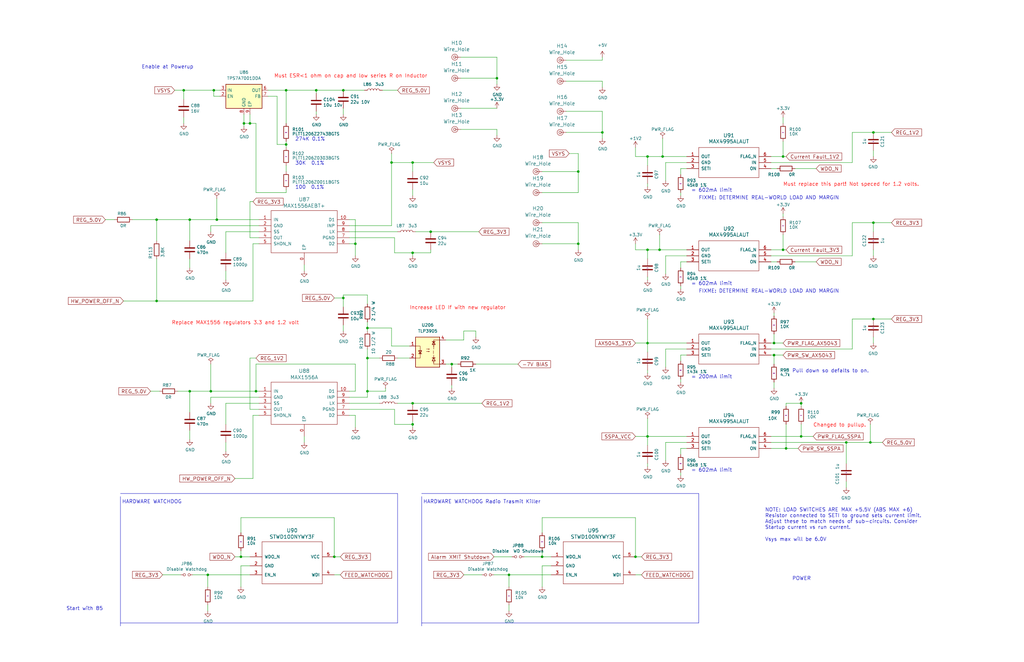
<source format=kicad_sch>
(kicad_sch (version 20230121) (generator eeschema)
  (paper "USLedger")
  (title_block (title "Radiation Tolerant PacSat Communication") (date "2023-06-17") (rev "A") (company "AMSAT-NA") (comment 1 "N5BRG"))
  (junction (at 181.61 97.79))
  (junction (at 228.6 234.95))
  (junction (at 101.6 234.95))
  (junction (at 140.97 234.95))
  (junction (at 326.39 144.78))
  (junction (at 254 55.88))
  (junction (at 279.4 66.04))
  (junction (at 173.99 106.68))
  (junction (at 77.47 38.1))
  (junction (at 278.13 105.41))
  (junction (at 66.04 127))
  (junction (at 80.01 165.1))
  (junction (at 267.97 234.95))
  (junction (at 273.05 184.15))
  (junction (at 154.94 151.13))
  (junction (at 144.78 38.1))
  (junction (at 368.3 134.62))
  (junction (at 88.9 165.1))
  (junction (at 243.84 72.39))
  (junction (at 337.82 170.18))
  (junction (at 120.65 60.96))
  (junction (at 102.87 52.07))
  (junction (at 90.17 38.1))
  (junction (at 144.78 125.73))
  (junction (at 149.86 102.87))
  (junction (at 154.94 138.43))
  (junction (at 330.2 105.41))
  (junction (at 214.63 242.57))
  (junction (at 105.41 52.07))
  (junction (at 154.94 165.1))
  (junction (at 165.1 68.58))
  (junction (at 173.99 179.07))
  (junction (at 337.82 184.15))
  (junction (at 356.87 186.69))
  (junction (at 133.35 38.1))
  (junction (at 120.65 38.1))
  (junction (at 330.2 66.04))
  (junction (at 87.63 242.57))
  (junction (at 80.01 92.71))
  (junction (at 368.3 55.88))
  (junction (at 107.95 165.1))
  (junction (at 91.44 92.71))
  (junction (at 173.99 170.18))
  (junction (at 243.84 102.87))
  (junction (at 173.99 68.58))
  (junction (at 273.05 105.41))
  (junction (at 326.39 149.86))
  (junction (at 209.55 33.02))
  (junction (at 66.04 92.71))
  (junction (at 273.05 66.04))
  (junction (at 331.47 189.23))
  (junction (at 367.03 186.69))
  (junction (at 368.3 93.98))
  (junction (at 273.05 144.78))
  (junction (at 190.5 153.67))
  (wire (pts (xy 287.02 81.28) (xy 287.02 82.55)))
  (wire (pts (xy 273.05 176.53) (xy 273.05 184.15)))
  (wire (pts (xy 147.32 172.72) (xy 166.37 172.72)))
  (wire (pts (xy 220.98 234.95) (xy 228.6 234.95)))
  (wire (pts (xy 194.31 54.61) (xy 209.55 54.61)))
  (wire (pts (xy 330.2 66.04) (xy 331.47 66.04)))
  (wire (pts (xy 273.05 156.21) (xy 273.05 157.48)))
  (wire (pts (xy 195.58 143.51) (xy 195.58 139.7)))
  (wire (pts (xy 243.84 64.77) (xy 240.03 64.77)))
  (polyline (pts (xy 50.8 208.28) (xy 167.64 208.28)))
  (wire (pts (xy 107.95 81.28) (xy 120.65 81.28)))
  (wire (pts (xy 95.25 97.79) (xy 95.25 106.68)))
  (wire (pts (xy 200.66 139.7) (xy 200.66 142.24)))
  (wire (pts (xy 359.41 107.95) (xy 359.41 93.98)))
  (wire (pts (xy 120.65 60.96) (xy 120.65 62.23)))
  (wire (pts (xy 359.41 68.58) (xy 359.41 55.88)))
  (wire (pts (xy 166.37 172.72) (xy 166.37 179.07)))
  (wire (pts (xy 66.04 109.22) (xy 66.04 127)))
  (polyline (pts (xy 167.64 262.89) (xy 50.8 262.89)))
  (wire (pts (xy 190.5 153.67) (xy 193.04 153.67)))
  (wire (pts (xy 105.41 100.33) (xy 109.22 100.33)))
  (wire (pts (xy 359.41 134.62) (xy 359.41 147.32)))
  (wire (pts (xy 273.05 184.15) (xy 289.56 184.15)))
  (wire (pts (xy 330.2 49.53) (xy 330.2 52.07)))
  (wire (pts (xy 368.3 93.98) (xy 375.92 93.98)))
  (wire (pts (xy 190.5 153.67) (xy 190.5 154.94)))
  (wire (pts (xy 95.25 114.3) (xy 95.25 118.11)))
  (polyline (pts (xy 294.64 262.89) (xy 177.8 262.89)))
  (wire (pts (xy 172.72 146.05) (xy 165.1 146.05)))
  (wire (pts (xy 144.78 38.1) (xy 153.67 38.1)))
  (wire (pts (xy 77.47 49.53) (xy 77.47 52.07)))
  (wire (pts (xy 228.6 234.95) (xy 232.41 234.95)))
  (wire (pts (xy 144.78 124.46) (xy 144.78 125.73)))
  (wire (pts (xy 337.82 170.18) (xy 337.82 171.45)))
  (wire (pts (xy 116.84 60.96) (xy 120.65 60.96)))
  (wire (pts (xy 287.02 152.4) (xy 287.02 149.86)))
  (wire (pts (xy 81.28 242.57) (xy 87.63 242.57)))
  (wire (pts (xy 116.84 40.64) (xy 116.84 60.96)))
  (wire (pts (xy 147.32 165.1) (xy 149.86 165.1)))
  (wire (pts (xy 331.47 179.07) (xy 331.47 189.23)))
  (wire (pts (xy 99.06 234.95) (xy 101.6 234.95)))
  (wire (pts (xy 279.4 66.04) (xy 289.56 66.04)))
  (wire (pts (xy 105.41 238.76) (xy 101.6 238.76)))
  (wire (pts (xy 335.28 71.12) (xy 344.17 71.12)))
  (wire (pts (xy 120.65 69.85) (xy 120.65 72.39)))
  (wire (pts (xy 101.6 234.95) (xy 105.41 234.95)))
  (wire (pts (xy 181.61 106.68) (xy 173.99 106.68)))
  (wire (pts (xy 109.22 97.79) (xy 95.25 97.79)))
  (wire (pts (xy 209.55 54.61) (xy 209.55 57.15)))
  (wire (pts (xy 368.3 66.04) (xy 368.3 63.5)))
  (wire (pts (xy 140.97 234.95) (xy 143.51 234.95)))
  (wire (pts (xy 44.45 92.71) (xy 48.26 92.71)))
  (wire (pts (xy 109.22 175.26) (xy 106.68 175.26)))
  (wire (pts (xy 368.3 105.41) (xy 368.3 107.95)))
  (wire (pts (xy 273.05 109.22) (xy 273.05 105.41)))
  (wire (pts (xy 254 46.99) (xy 254 55.88)))
  (wire (pts (xy 90.17 40.64) (xy 92.71 40.64)))
  (wire (pts (xy 356.87 186.69) (xy 367.03 186.69)))
  (wire (pts (xy 325.12 66.04) (xy 330.2 66.04)))
  (wire (pts (xy 337.82 184.15) (xy 342.9 184.15)))
  (wire (pts (xy 287.02 191.77) (xy 287.02 189.23)))
  (wire (pts (xy 106.68 201.93) (xy 106.68 175.26)))
  (wire (pts (xy 105.41 48.26) (xy 105.41 52.07)))
  (wire (pts (xy 167.64 151.13) (xy 172.72 151.13)))
  (wire (pts (xy 173.99 80.01) (xy 173.99 82.55)))
  (wire (pts (xy 267.97 62.23) (xy 267.97 66.04)))
  (wire (pts (xy 181.61 105.41) (xy 181.61 106.68)))
  (wire (pts (xy 113.03 40.64) (xy 116.84 40.64)))
  (wire (pts (xy 368.3 55.88) (xy 375.92 55.88)))
  (wire (pts (xy 120.65 59.69) (xy 120.65 60.96)))
  (wire (pts (xy 102.87 52.07) (xy 102.87 53.34)))
  (wire (pts (xy 190.5 162.56) (xy 190.5 163.83)))
  (wire (pts (xy 182.88 68.58) (xy 173.99 68.58)))
  (wire (pts (xy 154.94 138.43) (xy 154.94 139.7)))
  (wire (pts (xy 326.39 144.78) (xy 325.12 144.78)))
  (wire (pts (xy 273.05 148.59) (xy 273.05 144.78)))
  (wire (pts (xy 107.95 81.28) (xy 107.95 52.07)))
  (wire (pts (xy 278.13 105.41) (xy 289.56 105.41)))
  (wire (pts (xy 109.22 167.64) (xy 88.9 167.64)))
  (wire (pts (xy 273.05 134.62) (xy 273.05 144.78)))
  (wire (pts (xy 77.47 38.1) (xy 90.17 38.1)))
  (wire (pts (xy 149.86 102.87) (xy 149.86 107.95)))
  (wire (pts (xy 208.28 242.57) (xy 214.63 242.57)))
  (wire (pts (xy 144.78 124.46) (xy 154.94 124.46)))
  (wire (pts (xy 133.35 46.99) (xy 133.35 48.26)))
  (wire (pts (xy 287.02 199.39) (xy 287.02 200.66)))
  (wire (pts (xy 200.66 153.67) (xy 218.44 153.67)))
  (wire (pts (xy 273.05 69.85) (xy 273.05 66.04)))
  (wire (pts (xy 77.47 41.91) (xy 77.47 38.1)))
  (wire (pts (xy 331.47 170.18) (xy 331.47 171.45)))
  (wire (pts (xy 243.84 102.87) (xy 243.84 105.41)))
  (wire (pts (xy 326.39 132.08) (xy 326.39 133.35)))
  (wire (pts (xy 101.6 218.44) (xy 140.97 218.44)))
  (wire (pts (xy 368.3 134.62) (xy 375.92 134.62)))
  (polyline (pts (xy 177.8 208.28) (xy 294.64 208.28)))
  (wire (pts (xy 330.2 66.04) (xy 330.2 59.69)))
  (wire (pts (xy 95.25 186.69) (xy 95.25 190.5)))
  (wire (pts (xy 325.12 184.15) (xy 337.82 184.15)))
  (wire (pts (xy 173.99 72.39) (xy 173.99 68.58)))
  (wire (pts (xy 273.05 195.58) (xy 273.05 196.85)))
  (wire (pts (xy 149.86 92.71) (xy 149.86 102.87)))
  (wire (pts (xy 80.01 165.1) (xy 88.9 165.1)))
  (wire (pts (xy 187.96 143.51) (xy 195.58 143.51)))
  (wire (pts (xy 326.39 149.86) (xy 326.39 153.67)))
  (wire (pts (xy 173.99 179.07) (xy 173.99 180.34)))
  (wire (pts (xy 106.68 102.87) (xy 109.22 102.87)))
  (wire (pts (xy 356.87 195.58) (xy 356.87 186.69)))
  (wire (pts (xy 66.04 92.71) (xy 66.04 101.6)))
  (wire (pts (xy 273.05 144.78) (xy 289.56 144.78)))
  (wire (pts (xy 80.01 92.71) (xy 80.01 101.6)))
  (wire (pts (xy 287.02 160.02) (xy 287.02 161.29)))
  (wire (pts (xy 144.78 137.16) (xy 144.78 139.7)))
  (wire (pts (xy 287.02 73.66) (xy 287.02 71.12)))
  (wire (pts (xy 165.1 95.25) (xy 165.1 68.58)))
  (wire (pts (xy 95.25 170.18) (xy 95.25 179.07)))
  (wire (pts (xy 162.56 163.83) (xy 162.56 165.1)))
  (wire (pts (xy 161.29 38.1) (xy 167.64 38.1)))
  (wire (pts (xy 154.94 151.13) (xy 160.02 151.13)))
  (wire (pts (xy 133.35 39.37) (xy 133.35 38.1)))
  (wire (pts (xy 76.2 242.57) (xy 68.58 242.57)))
  (wire (pts (xy 88.9 165.1) (xy 107.95 165.1)))
  (wire (pts (xy 326.39 161.29) (xy 326.39 163.83)))
  (wire (pts (xy 147.32 102.87) (xy 149.86 102.87)))
  (wire (pts (xy 87.63 255.27) (xy 87.63 257.81)))
  (wire (pts (xy 267.97 66.04) (xy 273.05 66.04)))
  (wire (pts (xy 209.55 24.13) (xy 209.55 33.02)))
  (wire (pts (xy 267.97 218.44) (xy 267.97 234.95)))
  (wire (pts (xy 105.41 151.13) (xy 107.95 151.13)))
  (wire (pts (xy 331.47 189.23) (xy 336.55 189.23)))
  (wire (pts (xy 187.96 153.67) (xy 190.5 153.67)))
  (wire (pts (xy 287.02 110.49) (xy 289.56 110.49)))
  (wire (pts (xy 133.35 38.1) (xy 144.78 38.1)))
  (wire (pts (xy 105.41 52.07) (xy 107.95 52.07)))
  (wire (pts (xy 120.65 80.01) (xy 120.65 81.28)))
  (wire (pts (xy 368.3 144.78) (xy 368.3 142.24)))
  (wire (pts (xy 154.94 151.13) (xy 154.94 165.1)))
  (wire (pts (xy 102.87 48.26) (xy 102.87 52.07)))
  (wire (pts (xy 167.64 170.18) (xy 173.99 170.18)))
  (wire (pts (xy 113.03 38.1) (xy 120.65 38.1)))
  (wire (pts (xy 165.1 138.43) (xy 154.94 138.43)))
  (wire (pts (xy 330.2 105.41) (xy 331.47 105.41)))
  (wire (pts (xy 107.95 153.67) (xy 107.95 165.1)))
  (wire (pts (xy 144.78 45.72) (xy 144.78 48.26)))
  (wire (pts (xy 289.56 68.58) (xy 280.67 68.58)))
  (wire (pts (xy 273.05 105.41) (xy 278.13 105.41)))
  (wire (pts (xy 128.27 184.15) (xy 128.27 186.69)))
  (wire (pts (xy 173.99 177.8) (xy 173.99 179.07)))
  (wire (pts (xy 106.68 127) (xy 106.68 102.87)))
  (wire (pts (xy 267.97 184.15) (xy 273.05 184.15)))
  (wire (pts (xy 149.86 175.26) (xy 149.86 180.34)))
  (wire (pts (xy 238.76 55.88) (xy 254 55.88)))
  (wire (pts (xy 228.6 238.76) (xy 228.6 247.65)))
  (wire (pts (xy 80.01 109.22) (xy 80.01 113.03)))
  (wire (pts (xy 74.93 165.1) (xy 80.01 165.1)))
  (wire (pts (xy 287.02 71.12) (xy 289.56 71.12)))
  (wire (pts (xy 175.26 97.79) (xy 181.61 97.79)))
  (wire (pts (xy 209.55 33.02) (xy 209.55 35.56)))
  (wire (pts (xy 359.41 93.98) (xy 368.3 93.98)))
  (wire (pts (xy 88.9 95.25) (xy 88.9 97.79)))
  (wire (pts (xy 254 34.29) (xy 254 36.83)))
  (wire (pts (xy 368.3 93.98) (xy 368.3 97.79)))
  (wire (pts (xy 173.99 106.68) (xy 173.99 107.95)))
  (wire (pts (xy 147.32 97.79) (xy 167.64 97.79)))
  (wire (pts (xy 238.76 25.4) (xy 254 25.4)))
  (wire (pts (xy 287.02 120.65) (xy 287.02 121.92)))
  (wire (pts (xy 273.05 66.04) (xy 279.4 66.04)))
  (wire (pts (xy 228.6 224.79) (xy 228.6 218.44)))
  (wire (pts (xy 367.03 186.69) (xy 372.11 186.69)))
  (wire (pts (xy 254 55.88) (xy 254 58.42)))
  (wire (pts (xy 287.02 189.23) (xy 289.56 189.23)))
  (wire (pts (xy 330.2 105.41) (xy 330.2 99.06)))
  (wire (pts (xy 243.84 72.39) (xy 243.84 81.28)))
  (wire (pts (xy 267.97 234.95) (xy 270.51 234.95)))
  (polyline (pts (xy 50.8 264.16) (xy 50.8 209.55)))
  (wire (pts (xy 243.84 93.98) (xy 243.84 102.87)))
  (wire (pts (xy 228.6 93.98) (xy 243.84 93.98)))
  (wire (pts (xy 90.17 38.1) (xy 90.17 40.64)))
  (wire (pts (xy 359.41 147.32) (xy 325.12 147.32)))
  (wire (pts (xy 87.63 242.57) (xy 87.63 247.65)))
  (wire (pts (xy 105.41 85.09) (xy 106.68 85.09)))
  (wire (pts (xy 273.05 187.96) (xy 273.05 184.15)))
  (wire (pts (xy 109.22 170.18) (xy 95.25 170.18)))
  (wire (pts (xy 166.37 106.68) (xy 173.99 106.68)))
  (wire (pts (xy 214.63 255.27) (xy 214.63 257.81)))
  (wire (pts (xy 80.01 92.71) (xy 91.44 92.71)))
  (wire (pts (xy 228.6 102.87) (xy 243.84 102.87)))
  (wire (pts (xy 140.97 242.57) (xy 143.51 242.57)))
  (wire (pts (xy 326.39 149.86) (xy 330.2 149.86)))
  (wire (pts (xy 325.12 149.86) (xy 326.39 149.86)))
  (wire (pts (xy 194.31 45.72) (xy 209.55 45.72)))
  (wire (pts (xy 238.76 46.99) (xy 254 46.99)))
  (wire (pts (xy 91.44 92.71) (xy 109.22 92.71)))
  (wire (pts (xy 325.12 71.12) (xy 327.66 71.12)))
  (wire (pts (xy 105.41 85.09) (xy 105.41 100.33)))
  (wire (pts (xy 147.32 95.25) (xy 165.1 95.25)))
  (wire (pts (xy 154.94 147.32) (xy 154.94 151.13)))
  (wire (pts (xy 335.28 110.49) (xy 344.17 110.49)))
  (wire (pts (xy 267.97 144.78) (xy 273.05 144.78)))
  (wire (pts (xy 147.32 170.18) (xy 160.02 170.18)))
  (wire (pts (xy 267.97 105.41) (xy 273.05 105.41)))
  (wire (pts (xy 367.03 179.07) (xy 367.03 186.69)))
  (wire (pts (xy 88.9 153.67) (xy 88.9 165.1)))
  (wire (pts (xy 214.63 242.57) (xy 232.41 242.57)))
  (wire (pts (xy 66.04 92.71) (xy 80.01 92.71)))
  (wire (pts (xy 325.12 105.41) (xy 330.2 105.41)))
  (wire (pts (xy 166.37 100.33) (xy 166.37 106.68)))
  (wire (pts (xy 120.65 38.1) (xy 120.65 52.07)))
  (wire (pts (xy 273.05 77.47) (xy 273.05 78.74)))
  (wire (pts (xy 88.9 167.64) (xy 88.9 170.18)))
  (wire (pts (xy 330.2 90.17) (xy 330.2 91.44)))
  (wire (pts (xy 109.22 95.25) (xy 88.9 95.25)))
  (wire (pts (xy 280.67 147.32) (xy 280.67 154.94)))
  (wire (pts (xy 289.56 107.95) (xy 280.67 107.95)))
  (wire (pts (xy 267.97 102.87) (xy 267.97 105.41)))
  (wire (pts (xy 228.6 81.28) (xy 243.84 81.28)))
  (wire (pts (xy 165.1 68.58) (xy 173.99 68.58)))
  (wire (pts (xy 154.94 165.1) (xy 154.94 167.64)))
  (wire (pts (xy 359.41 134.62) (xy 368.3 134.62)))
  (wire (pts (xy 105.41 172.72) (xy 105.41 151.13)))
  (wire (pts (xy 90.17 38.1) (xy 92.71 38.1)))
  (wire (pts (xy 325.12 110.49) (xy 327.66 110.49)))
  (polyline (pts (xy 167.64 208.28) (xy 167.64 262.89)))
  (wire (pts (xy 254 24.13) (xy 254 25.4)))
  (wire (pts (xy 289.56 186.69) (xy 280.67 186.69)))
  (wire (pts (xy 273.05 116.84) (xy 273.05 118.11)))
  (wire (pts (xy 287.02 149.86) (xy 289.56 149.86)))
  (wire (pts (xy 232.41 238.76) (xy 228.6 238.76)))
  (wire (pts (xy 52.07 127) (xy 66.04 127)))
  (wire (pts (xy 154.94 135.89) (xy 154.94 138.43)))
  (wire (pts (xy 101.6 232.41) (xy 101.6 234.95)))
  (wire (pts (xy 326.39 140.97) (xy 326.39 144.78)))
  (wire (pts (xy 87.63 242.57) (xy 105.41 242.57)))
  (wire (pts (xy 194.31 24.13) (xy 209.55 24.13)))
  (wire (pts (xy 337.82 170.18) (xy 331.47 170.18)))
  (wire (pts (xy 147.32 92.71) (xy 149.86 92.71)))
  (wire (pts (xy 120.65 38.1) (xy 133.35 38.1)))
  (wire (pts (xy 109.22 172.72) (xy 105.41 172.72)))
  (polyline (pts (xy 177.8 264.16) (xy 177.8 209.55)))
  (wire (pts (xy 195.58 139.7) (xy 200.66 139.7)))
  (wire (pts (xy 325.12 186.69) (xy 356.87 186.69)))
  (wire (pts (xy 359.41 55.88) (xy 368.3 55.88)))
  (wire (pts (xy 166.37 179.07) (xy 173.99 179.07)))
  (wire (pts (xy 165.1 146.05) (xy 165.1 138.43)))
  (wire (pts (xy 289.56 147.32) (xy 280.67 147.32)))
  (wire (pts (xy 243.84 64.77) (xy 243.84 72.39)))
  (wire (pts (xy 101.6 224.79) (xy 101.6 218.44)))
  (wire (pts (xy 214.63 242.57) (xy 214.63 247.65)))
  (wire (pts (xy 356.87 205.74) (xy 356.87 203.2)))
  (wire (pts (xy 325.12 107.95) (xy 359.41 107.95)))
  (wire (pts (xy 144.78 125.73) (xy 140.97 125.73)))
  (wire (pts (xy 267.97 242.57) (xy 270.51 242.57)))
  (wire (pts (xy 66.04 127) (xy 106.68 127)))
  (wire (pts (xy 173.99 170.18) (xy 203.2 170.18)))
  (wire (pts (xy 147.32 167.64) (xy 154.94 167.64)))
  (wire (pts (xy 102.87 52.07) (xy 105.41 52.07)))
  (wire (pts (xy 330.2 144.78) (xy 326.39 144.78)))
  (wire (pts (xy 287.02 113.03) (xy 287.02 110.49)))
  (wire (pts (xy 154.94 124.46) (xy 154.94 128.27)))
  (wire (pts (xy 325.12 189.23) (xy 331.47 189.23)))
  (wire (pts (xy 337.82 179.07) (xy 337.82 184.15)))
  (wire (pts (xy 80.01 165.1) (xy 80.01 173.99)))
  (wire (pts (xy 165.1 64.77) (xy 165.1 68.58)))
  (wire (pts (xy 147.32 175.26) (xy 149.86 175.26)))
  (wire (pts (xy 228.6 218.44) (xy 267.97 218.44)))
  (wire (pts (xy 149.86 153.67) (xy 107.95 153.67)))
  (wire (pts (xy 128.27 111.76) (xy 128.27 114.3)))
  (wire (pts (xy 278.13 99.06) (xy 278.13 105.41)))
  (wire (pts (xy 144.78 129.54) (xy 144.78 125.73)))
  (wire (pts (xy 280.67 186.69) (xy 280.67 194.31)))
  (wire (pts (xy 280.67 68.58) (xy 280.67 76.2)))
  (wire (pts (xy 228.6 232.41) (xy 228.6 234.95)))
  (wire (pts (xy 55.88 92.71) (xy 66.04 92.71)))
  (wire (pts (xy 149.86 165.1) (xy 149.86 153.67)))
  (wire (pts (xy 91.44 83.82) (xy 91.44 92.71)))
  (wire (pts (xy 101.6 238.76) (xy 101.6 247.65)))
  (wire (pts (xy 279.4 58.42) (xy 279.4 66.04)))
  (wire (pts (xy 325.12 68.58) (xy 359.41 68.58)))
  (wire (pts (xy 147.32 100.33) (xy 166.37 100.33)))
  (wire (pts (xy 77.47 38.1) (xy 73.66 38.1)))
  (wire (pts (xy 228.6 72.39) (xy 243.84 72.39)))
  (wire (pts (xy 63.5 165.1) (xy 67.31 165.1)))
  (wire (pts (xy 194.31 33.02) (xy 209.55 33.02)))
  (wire (pts (xy 107.95 165.1) (xy 109.22 165.1)))
  (wire (pts (xy 208.28 234.95) (xy 215.9 234.95)))
  (wire (pts (xy 181.61 97.79) (xy 201.93 97.79)))
  (polyline (pts (xy 294.64 208.28) (xy 294.64 262.89)))
  (wire (pts (xy 140.97 218.44) (xy 140.97 234.95)))
  (wire (pts (xy 80.01 181.61) (xy 80.01 185.42)))
  (wire (pts (xy 154.94 165.1) (xy 162.56 165.1)))
  (wire (pts (xy 99.06 201.93) (xy 106.68 201.93)))
  (wire (pts (xy 280.67 107.95) (xy 280.67 115.57)))
  (wire (pts (xy 238.76 34.29) (xy 254 34.29)))
  (wire (pts (xy 203.2 242.57) (xy 195.58 242.57)))
  (text "Replace MAX1556 regulators 3.3 and 1.2 volt\n" (at 72.39 137.16 0) (effects (font (size 1.524 1.524)) (justify left bottom)))
  (text "Increase LED If with new regulator" (at 172.72 130.81 0) (effects (font (size 1.524 1.524)) (justify left bottom)))
  (text "= 200mA limit" (at 291.465 160.02 0) (effects (font (size 1.524 1.524)) (justify left bottom)))
  (text "FIXME: DETERMINE REAL-WORLD LOAD AND MARGIN" (at 294.64 84.455 0) (effects (font (size 1.524 1.524)) (justify left bottom)))
  (text "Must replace this part! Not speced for 1.2 volts." (at 330.2 78.74 0) (effects (font (size 1.524 1.524)) (justify left bottom)))
  (text "Must ESR<1 ohm on cap and low series R on Inductor" (at 115.57 33.02 0) (effects (font (size 1.524 1.524)) (justify left bottom)))
  (text "Start with 85" (at 27.94 257.81 0) (effects (font (size 1.524 1.524)) (justify left bottom)))
  (text "30K  0.1%" (at 124.46 69.85 0) (effects (font (size 1.524 1.524)) (justify left bottom)))
  (text "Changed to pullup." (at 342.9 180.34 0) (effects (font (size 1.524 1.524)) (justify left bottom)))
  (text "274K 0.1%" (at 124.46 59.69 0) (effects (font (size 1.524 1.524)) (justify left bottom)))
  (text "NOTE: LOAD SWITCHES ARE MAX +5.5V (ABS MAX +6)\nResistor connected to SETI to ground sets current limit.\nAdjust these to match needs of sub-circuits. Consider\nStartup current vs run current.\n" (at 322.58 223.52 0) (effects (font (size 1.524 1.524)) (justify left bottom)))
  (text "HARDWARE WATCHDOG" (at 51.435 212.725 0) (effects (font (size 1.524 1.524)) (justify left bottom)))
  (text "100  0.1%" (at 124.46 80.01 0) (effects (font (size 1.524 1.524)) (justify left bottom)))
  (text "FIXME: DETERMINE REAL-WORLD LOAD AND MARGIN" (at 294.64 123.825 0) (effects (font (size 1.524 1.524)) (justify left bottom)))
  (text "Vsys max will be 6.0V" (at 322.58 228.6 0) (effects (font (size 1.524 1.524)) (justify left bottom)))
  (text "HARDWARE WATCHDOG Radio Trasmit Killer" (at 178.435 212.725 0) (effects (font (size 1.524 1.524)) (justify left bottom)))
  (text "= 602mA limit" (at 291.465 120.65 0) (effects (font (size 1.524 1.524)) (justify left bottom)))
  (text "Pull down so defalts to on." (at 334.01 157.48 0) (effects (font (size 1.524 1.524)) (justify left bottom)))
  (text "Enable at Powerup" (at 59.69 29.21 0) (effects (font (size 1.524 1.524)) (justify left bottom)))
  (text "= 602mA limit" (at 291.465 81.28 0) (effects (font (size 1.524 1.524)) (justify left bottom)))
  (text "POWER" (at 334.01 245.11 0) (effects (font (size 1.524 1.524)) (justify left bottom)))
  (text "= 602mA limit" (at 291.465 199.39 0) (effects (font (size 1.524 1.524)) (justify left bottom)))
  (global_label "HW_POWER_OFF_N" (shape input) (at 99.06 201.93 180) (effects (font (size 1.524 1.524))) (property "Intersheetrefs" "${INTERSHEET_REFS}" (effects hide)))
  (global_label "HW_POWER_OFF_N" (shape input) (at 52.07 127 180) (effects (font (size 1.524 1.524))) (property "Intersheetrefs" "${INTERSHEET_REFS}" (effects hide)))
  (global_label "PWR_FLAG_AX5043" (shape input) (at 330.2 144.78 0) (effects (font (size 1.524 1.524))) (property "Intersheetrefs" "${INTERSHEET_REFS}" (effects hide)))
  (global_label "-7V BIAS" (shape input) (at 218.44 153.67 0) (effects (font (size 1.524 1.524))) (property "Intersheetrefs" "${INTERSHEET_REFS}" (effects hide)))
  (global_label "VSYS" (shape input) (at 182.88 68.58 0) (effects (font (size 1.524 1.524))) (property "Intersheetrefs" "${INTERSHEET_REFS}" (effects hide)))
  (global_label "WDO_N" (shape input) (at 344.17 110.49 0) (effects (font (size 1.524 1.524))) (property "Intersheetrefs" "${INTERSHEET_REFS}" (effects hide)))
  (global_label "REG_5.0V" (shape input) (at 63.5 165.1 180) (effects (font (size 1.524 1.524))) (property "Intersheetrefs" "${INTERSHEET_REFS}" (effects hide)))
  (global_label "WDO_N" (shape input) (at 99.06 234.95 180) (effects (font (size 1.524 1.524))) (property "Intersheetrefs" "${INTERSHEET_REFS}" (effects hide)))
  (global_label "REG_3V3" (shape input) (at 270.51 234.95 0) (effects (font (size 1.524 1.524))) (property "Intersheetrefs" "${INTERSHEET_REFS}" (effects hide)))
  (global_label "REG_3V3" (shape input) (at 68.58 242.57 180) (effects (font (size 1.524 1.524))) (property "Intersheetrefs" "${INTERSHEET_REFS}" (effects hide)))
  (global_label "PWR_SW_SSPA" (shape input) (at 336.55 189.23 0) (effects (font (size 1.524 1.524))) (property "Intersheetrefs" "${INTERSHEET_REFS}" (effects hide)))
  (global_label "REG_1V2" (shape input) (at 107.95 151.13 0) (effects (font (size 1.524 1.524))) (property "Intersheetrefs" "${INTERSHEET_REFS}" (effects hide)))
  (global_label "REG_3V3" (shape input) (at 201.93 97.79 0) (effects (font (size 1.524 1.524))) (property "Intersheetrefs" "${INTERSHEET_REFS}" (effects hide)))
  (global_label "WDO_N" (shape input) (at 344.17 71.12 0) (effects (font (size 1.524 1.524))) (property "Intersheetrefs" "${INTERSHEET_REFS}" (effects hide)))
  (global_label "REG_1V2" (shape input) (at 203.2 170.18 0) (effects (font (size 1.524 1.524))) (property "Intersheetrefs" "${INTERSHEET_REFS}" (effects hide)))
  (global_label "Current Fault_1V2" (shape input) (at 331.47 66.04 0) (effects (font (size 1.524 1.524))) (property "Intersheetrefs" "${INTERSHEET_REFS}" (effects hide)))
  (global_label "SSPA_VCC" (shape input) (at 267.97 184.15 180) (effects (font (size 1.524 1.524))) (property "Intersheetrefs" "${INTERSHEET_REFS}" (effects hide)))
  (global_label "FEED_WATCHDOG" (shape input) (at 270.51 242.57 0) (effects (font (size 1.524 1.524))) (property "Intersheetrefs" "${INTERSHEET_REFS}" (effects hide)))
  (global_label "REG_3V3" (shape input) (at 143.51 234.95 0) (effects (font (size 1.524 1.524))) (property "Intersheetrefs" "${INTERSHEET_REFS}" (effects hide)))
  (global_label "PWR_FLAG_SSPA" (shape input) (at 342.9 184.15 0) (effects (font (size 1.524 1.524))) (property "Intersheetrefs" "${INTERSHEET_REFS}" (effects hide)))
  (global_label "AX5043_3V3" (shape input) (at 267.97 144.78 180) (effects (font (size 1.524 1.524))) (property "Intersheetrefs" "${INTERSHEET_REFS}" (effects hide)))
  (global_label "REG_3V3" (shape input) (at 106.68 85.09 0) (effects (font (size 1.524 1.524))) (property "Intersheetrefs" "${INTERSHEET_REFS}" (effects hide)))
  (global_label "VSYS" (shape input) (at 73.66 38.1 180) (effects (font (size 1.524 1.524))) (property "Intersheetrefs" "${INTERSHEET_REFS}" (effects hide)))
  (global_label "Current Fault_3V3" (shape input) (at 331.47 105.41 0) (effects (font (size 1.524 1.524))) (property "Intersheetrefs" "${INTERSHEET_REFS}" (effects hide)))
  (global_label "REG_1V2" (shape input) (at 375.92 55.88 0) (effects (font (size 1.524 1.524))) (property "Intersheetrefs" "${INTERSHEET_REFS}" (effects hide)))
  (global_label "PWR_SW_AX5043" (shape input) (at 330.2 149.86 0) (effects (font (size 1.524 1.524))) (property "Intersheetrefs" "${INTERSHEET_REFS}" (effects hide)))
  (global_label "REG_3V3" (shape input) (at 375.92 134.62 0) (effects (font (size 1.524 1.524))) (property "Intersheetrefs" "${INTERSHEET_REFS}" (effects hide)))
  (global_label "REG_3V3" (shape input) (at 195.58 242.57 180) (effects (font (size 1.524 1.524))) (property "Intersheetrefs" "${INTERSHEET_REFS}" (effects hide)))
  (global_label "FEED_WATCHDOG" (shape input) (at 143.51 242.57 0) (effects (font (size 1.524 1.524))) (property "Intersheetrefs" "${INTERSHEET_REFS}" (effects hide)))
  (global_label "REG_5.0V" (shape input) (at 140.97 125.73 180) (effects (font (size 1.524 1.524))) (property "Intersheetrefs" "${INTERSHEET_REFS}" (effects hide)))
  (global_label "REG_3V3" (shape input) (at 375.92 93.98 0) (effects (font (size 1.524 1.524))) (property "Intersheetrefs" "${INTERSHEET_REFS}" (effects hide)))
  (global_label "REG_5.0V" (shape input) (at 44.45 92.71 180) (effects (font (size 1.524 1.524))) (property "Intersheetrefs" "${INTERSHEET_REFS}" (effects hide)))
  (global_label "VSYS" (shape input) (at 240.03 64.77 180) (effects (font (size 1.524 1.524))) (property "Intersheetrefs" "${INTERSHEET_REFS}" (effects hide)))
  (global_label "Alarm XMIT Shutdown" (shape input) (at 208.28 234.95 180) (effects (font (size 1.524 1.524))) (property "Intersheetrefs" "${INTERSHEET_REFS}" (effects hide)))
  (global_label "REG_5.0V" (shape input) (at 372.11 186.69 0) (effects (font (size 1.524 1.524))) (property "Intersheetrefs" "${INTERSHEET_REFS}" (effects hide)))
  (global_label "REG_5.0V" (shape input) (at 167.64 38.1 0) (effects (font (size 1.524 1.524))) (property "Intersheetrefs" "${INTERSHEET_REFS}" (effects hide)))
  (symbol (lib_id "Device:L") (at 171.45 97.79 90) (unit 1)
    (property "Reference" "L87" (at 168.91 95.25 90))
    (property "Value" "3u3" (at 173.99 95.25 90))
    (property "Footprint" "Inductor_SMD:L_1210_3225Metric_Pad1.42x2.65mm_HandSolder" (effects hide))
  )
  (symbol (lib_id "Device:C") (at 181.61 101.6 0) (unit 1)
    (property "Reference" "C94" (at 184.531 100.4316 0) (effects (justify left)))
    (property "Value" "22u" (at 184.531 102.743 0) (effects (justify left)))
    (property "Footprint" "Capacitor_SMD:C_2220_5650Metric_Pad1.97x5.40mm_HandSolder" (effects hide))
  )
  (symbol (lib_id "Device:C") (at 80.01 105.41 0) (unit 1)
    (property "Reference" "C86" (at 82.931 104.2416 0) (effects (justify left)))
    (property "Value" "470n" (at 82.931 106.553 0) (effects (justify left)))
    (property "Footprint" "Capacitor_SMD:C_0603_1608Metric_Pad1.08x0.95mm_HandSolder" (effects hide))
  )
  (symbol (lib_id "power:GND") (at 80.01 113.03 0) (unit 1)
    (property "Reference" "#PWR088" (effects hide))
    (property "Value" "GND" (at 80.137 117.4242 0))
  )
  (symbol (lib_id "Device:C") (at 173.99 76.2 0) (unit 1)
    (property "Reference" "C92" (at 176.911 75.0316 0) (effects (justify left)))
    (property "Value" "10u" (at 176.911 77.343 0) (effects (justify left)))
    (property "Footprint" "Capacitor_SMD:C_1206_3216Metric_Pad1.33x1.80mm_HandSolder" (effects hide))
  )
  (symbol (lib_id "power:GND") (at 173.99 82.55 0) (unit 1)
    (property "Reference" "#PWR0111" (effects hide))
    (property "Value" "GND" (at 174.117 86.9442 0))
  )
  (symbol (lib_id "power:GND") (at 173.99 107.95 0) (unit 1)
    (property "Reference" "#PWR0115" (effects hide))
    (property "Value" "GND" (at 174.117 112.3442 0))
  )
  (symbol (lib_id "power:GND") (at 280.67 154.94 0) (unit 1)
    (property "Reference" "#PWR0135" (effects hide))
    (property "Value" "GND" (at 280.797 159.3342 0))
  )
  (symbol (lib_id "Device:C") (at 368.3 138.43 0) (mirror y) (unit 1)
    (property "Reference" "C123" (at 372.11 138.43 90))
    (property "Value" "1u" (at 364.49 138.43 90))
    (property "Footprint" "Capacitor_SMD:C_0805_2012Metric_Pad1.18x1.45mm_HandSolder" (effects hide))
    (property "Datasheet" "~" (at 368.3 138.43 0))
  )
  (symbol (lib_id "power:GND") (at 368.3 144.78 0) (mirror y) (unit 1)
    (property "Reference" "#PWR0190" (effects hide))
    (property "Value" "GND" (at 368.173 149.1742 0))
  )
  (symbol (lib_id "power:GND") (at 356.87 205.74 0) (mirror y) (unit 1)
    (property "Reference" "#PWR0187" (effects hide))
    (property "Value" "GND" (at 356.743 210.1342 0))
  )
  (symbol (lib_id "Device:C") (at 356.87 199.39 0) (mirror y) (unit 1)
    (property "Reference" "C101" (at 353.06 201.93 90))
    (property "Value" "1u" (at 353.06 196.85 90))
    (property "Footprint" "Capacitor_SMD:C_0805_2012Metric_Pad1.18x1.45mm_HandSolder" (effects hide))
    (property "Datasheet" "~" (at 356.87 199.39 0))
  )
  (symbol (lib_id "PACSAT_ICs:MAX1556A") (at 128.27 97.79 0) (unit 1)
    (property "Reference" "U87" (at 128.27 84.1502 0) (effects (font (size 1.524 1.524))))
    (property "Value" "MAX1556AEBT+" (at 128.27 86.8426 0) (effects (font (size 1.524 1.524))))
    (property "Footprint" "PacSatDev_maxim:TDFN_T1033_1" (effects hide))
  )
  (symbol (lib_id "Device:R") (at 52.07 92.71 90) (unit 1)
    (property "Reference" "R86" (at 53.34 90.17 90) (effects (justify left)))
    (property "Value" "0R" (at 53.34 95.25 90) (effects (justify left)))
    (property "Footprint" "Resistor_SMD:R_0603_1608Metric_Pad0.98x0.95mm_HandSolder" (effects hide))
  )
  (symbol (lib_id "Device:C") (at 95.25 110.49 0) (unit 1)
    (property "Reference" "C89" (at 98.171 109.3216 0) (effects (justify left)))
    (property "Value" "1000p" (at 98.171 111.633 0) (effects (justify left)))
    (property "Footprint" "Capacitor_SMD:C_0603_1608Metric_Pad1.08x0.95mm_HandSolder" (effects hide))
  )
  (symbol (lib_id "power:GND") (at 95.25 118.11 0) (unit 1)
    (property "Reference" "#PWR098" (effects hide))
    (property "Value" "GND" (at 95.377 122.5042 0))
  )
  (symbol (lib_id "power:GND") (at 88.9 97.79 0) (unit 1)
    (property "Reference" "#PWR096" (effects hide))
    (property "Value" "GND" (at 89.027 102.1842 0))
  )
  (symbol (lib_id "power:GND") (at 128.27 114.3 0) (unit 1)
    (property "Reference" "#PWR0108" (effects hide))
    (property "Value" "GND" (at 128.397 118.6942 0))
  )
  (symbol (lib_id "power:GND") (at 149.86 107.95 0) (unit 1)
    (property "Reference" "#PWR0113" (effects hide))
    (property "Value" "GND" (at 149.987 112.3442 0))
  )
  (symbol (lib_id "Device:L") (at 163.83 170.18 90) (unit 1)
    (property "Reference" "L88" (at 161.29 167.64 90))
    (property "Value" "3u3" (at 166.37 167.64 90))
    (property "Footprint" "Inductor_SMD:L_1210_3225Metric_Pad1.42x2.65mm_HandSolder" (effects hide))
  )
  (symbol (lib_id "Device:C") (at 173.99 173.99 0) (unit 1)
    (property "Reference" "C95" (at 176.911 172.8216 0) (effects (justify left)))
    (property "Value" "22u" (at 176.911 175.133 0) (effects (justify left)))
    (property "Footprint" "Capacitor_SMD:C_2220_5650Metric_Pad1.97x5.40mm_HandSolder" (effects hide))
  )
  (symbol (lib_id "Device:C") (at 80.01 177.8 0) (unit 1)
    (property "Reference" "C87" (at 82.931 176.6316 0) (effects (justify left)))
    (property "Value" "470n" (at 82.931 178.943 0) (effects (justify left)))
    (property "Footprint" "Capacitor_SMD:C_0603_1608Metric_Pad1.08x0.95mm_HandSolder" (effects hide))
  )
  (symbol (lib_id "power:GND") (at 80.01 185.42 0) (unit 1)
    (property "Reference" "#PWR092" (effects hide))
    (property "Value" "GND" (at 80.137 189.8142 0))
  )
  (symbol (lib_id "Device:C") (at 144.78 133.35 0) (unit 1)
    (property "Reference" "C93" (at 147.701 132.1816 0) (effects (justify left)))
    (property "Value" "10u" (at 147.701 134.493 0) (effects (justify left)))
    (property "Footprint" "Capacitor_SMD:C_2220_5650Metric_Pad1.97x5.40mm_HandSolder" (effects hide))
  )
  (symbol (lib_id "power:GND") (at 144.78 139.7 0) (unit 1)
    (property "Reference" "#PWR0112" (effects hide))
    (property "Value" "GND" (at 144.907 144.0942 0))
  )
  (symbol (lib_id "power:GND") (at 173.99 180.34 0) (unit 1)
    (property "Reference" "#PWR0116" (effects hide))
    (property "Value" "GND" (at 174.117 184.7342 0))
  )
  (symbol (lib_id "PACSAT_ICs:MAX1556A") (at 128.27 170.18 0) (unit 1)
    (property "Reference" "U88" (at 128.27 156.5402 0) (effects (font (size 1.524 1.524))))
    (property "Value" "MAX1556A" (at 128.27 159.2326 0) (effects (font (size 1.524 1.524))))
    (property "Footprint" "PacSatDev_maxim:TDFN_T1033_1" (effects hide))
  )
  (symbol (lib_id "Device:R") (at 71.12 165.1 90) (unit 1)
    (property "Reference" "R87" (at 72.39 162.56 90) (effects (justify left)))
    (property "Value" "0R" (at 72.39 167.64 90) (effects (justify left)))
    (property "Footprint" "Resistor_SMD:R_0603_1608Metric_Pad0.98x0.95mm_HandSolder" (effects hide))
  )
  (symbol (lib_id "Device:C") (at 95.25 182.88 0) (unit 1)
    (property "Reference" "C90" (at 98.171 181.7116 0) (effects (justify left)))
    (property "Value" "1000p" (at 98.171 184.023 0) (effects (justify left)))
    (property "Footprint" "Capacitor_SMD:C_0603_1608Metric_Pad1.08x0.95mm_HandSolder" (effects hide))
  )
  (symbol (lib_id "power:GND") (at 95.25 190.5 0) (unit 1)
    (property "Reference" "#PWR099" (effects hide))
    (property "Value" "GND" (at 95.377 194.8942 0))
  )
  (symbol (lib_id "power:GND") (at 88.9 170.18 0) (unit 1)
    (property "Reference" "#PWR097" (effects hide))
    (property "Value" "GND" (at 89.027 174.5742 0))
  )
  (symbol (lib_id "power:GND") (at 128.27 186.69 0) (unit 1)
    (property "Reference" "#PWR0109" (effects hide))
    (property "Value" "GND" (at 128.397 191.0842 0))
  )
  (symbol (lib_id "power:GND") (at 149.86 180.34 0) (unit 1)
    (property "Reference" "#PWR0114" (effects hide))
    (property "Value" "GND" (at 149.987 184.7342 0))
  )
  (symbol (lib_id "Device:R") (at 287.02 156.21 0) (unit 1)
    (property "Reference" "R95" (at 289.56 154.94 0) (effects (justify left)))
    (property "Value" "143k 1%" (at 289.56 156.845 0) (effects (justify left)))
    (property "Footprint" "Resistor_SMD:R_0603_1608Metric_Pad0.98x0.95mm_HandSolder" (effects hide))
    (property "Datasheet" "~" (at 287.02 156.21 0))
  )
  (symbol (lib_id "power:GND") (at 287.02 161.29 0) (unit 1)
    (property "Reference" "#PWR0139" (effects hide))
    (property "Value" "GND" (at 287.147 165.6842 0))
  )
  (symbol (lib_id "power:GND") (at 280.67 194.31 0) (unit 1)
    (property "Reference" "#PWR0136" (effects hide))
    (property "Value" "GND" (at 280.797 198.7042 0))
  )
  (symbol (lib_id "Device:R") (at 287.02 195.58 0) (unit 1)
    (property "Reference" "R96" (at 289.56 194.31 0) (effects (justify left)))
    (property "Value" "45k8 1%" (at 289.56 196.215 0) (effects (justify left)))
    (property "Footprint" "Resistor_SMD:R_0603_1608Metric_Pad0.98x0.95mm_HandSolder" (effects hide))
    (property "Datasheet" "~" (at 287.02 195.58 0))
  )
  (symbol (lib_id "power:GND") (at 287.02 200.66 0) (unit 1)
    (property "Reference" "#PWR0162" (effects hide))
    (property "Value" "GND" (at 287.147 205.0542 0))
  )
  (symbol (lib_id "Device:C") (at 273.05 152.4 0) (mirror y) (unit 1)
    (property "Reference" "C99" (at 276.86 152.4 90))
    (property "Value" "1u" (at 269.24 152.4 90))
    (property "Footprint" "Capacitor_SMD:C_0805_2012Metric_Pad1.18x1.45mm_HandSolder" (effects hide))
    (property "Datasheet" "~" (at 273.05 152.4 0))
  )
  (symbol (lib_id "power:GND") (at 273.05 157.48 0) (unit 1)
    (property "Reference" "#PWR0131" (effects hide))
    (property "Value" "GND" (at 273.177 161.8742 0))
  )
  (symbol (lib_id "Device:C") (at 273.05 191.77 0) (mirror y) (unit 1)
    (property "Reference" "C100" (at 276.86 191.77 90))
    (property "Value" "1u" (at 269.24 191.77 90))
    (property "Footprint" "Capacitor_SMD:C_0805_2012Metric_Pad1.18x1.45mm_HandSolder" (effects hide))
    (property "Datasheet" "~" (at 273.05 191.77 0))
  )
  (symbol (lib_id "power:GND") (at 273.05 196.85 0) (unit 1)
    (property "Reference" "#PWR0132" (effects hide))
    (property "Value" "GND" (at 273.177 201.2442 0))
  )
  (symbol (lib_id "power:GND") (at 280.67 115.57 0) (unit 1)
    (property "Reference" "#PWR0134" (effects hide))
    (property "Value" "GND" (at 280.797 119.9642 0))
  )
  (symbol (lib_id "Device:C") (at 368.3 101.6 0) (mirror x) (unit 1)
    (property "Reference" "C122" (at 364.49 101.6 90))
    (property "Value" "1u" (at 372.11 101.6 90))
    (property "Footprint" "Capacitor_SMD:C_0805_2012Metric_Pad1.18x1.45mm_HandSolder" (effects hide))
    (property "Datasheet" "~" (at 368.3 101.6 0))
  )
  (symbol (lib_id "power:GND") (at 368.3 107.95 0) (mirror y) (unit 1)
    (property "Reference" "#PWR0189" (effects hide))
    (property "Value" "GND" (at 368.173 112.3442 0))
  )
  (symbol (lib_id "Device:C") (at 273.05 113.03 0) (mirror y) (unit 1)
    (property "Reference" "C98" (at 276.86 113.03 90))
    (property "Value" "1u" (at 269.24 113.03 90))
    (property "Footprint" "Capacitor_SMD:C_0805_2012Metric_Pad1.18x1.45mm_HandSolder" (effects hide))
    (property "Datasheet" "~" (at 273.05 113.03 0))
  )
  (symbol (lib_id "power:GND") (at 273.05 118.11 0) (unit 1)
    (property "Reference" "#PWR0130" (effects hide))
    (property "Value" "GND" (at 273.177 122.5042 0))
  )
  (symbol (lib_id "Device:R") (at 287.02 116.84 0) (unit 1)
    (property "Reference" "R94" (at 289.56 115.57 0) (effects (justify left)))
    (property "Value" "45k8 1%" (at 289.56 117.475 0) (effects (justify left)))
    (property "Footprint" "Resistor_SMD:R_0603_1608Metric_Pad0.98x0.95mm_HandSolder" (effects hide))
    (property "Datasheet" "~" (at 287.02 116.84 0))
  )
  (symbol (lib_id "power:GND") (at 287.02 121.92 0) (unit 1)
    (property "Reference" "#PWR0138" (effects hide))
    (property "Value" "GND" (at 287.147 126.3142 0))
  )
  (symbol (lib_id "power:GND") (at 280.67 76.2 0) (unit 1)
    (property "Reference" "#PWR0133" (effects hide))
    (property "Value" "GND" (at 280.797 80.5942 0))
  )
  (symbol (lib_id "Device:C") (at 368.3 59.69 0) (mirror y) (unit 1)
    (property "Reference" "C121" (at 372.11 59.69 90))
    (property "Value" "1u" (at 364.49 59.69 90))
    (property "Footprint" "Capacitor_SMD:C_0805_2012Metric_Pad1.18x1.45mm_HandSolder" (effects hide))
    (property "Datasheet" "~" (at 368.3 59.69 0))
  )
  (symbol (lib_id "power:GND") (at 368.3 66.04 0) (mirror y) (unit 1)
    (property "Reference" "#PWR0188" (effects hide))
    (property "Value" "GND" (at 368.173 70.4342 0))
  )
  (symbol (lib_id "Device:C") (at 273.05 73.66 0) (mirror y) (unit 1)
    (property "Reference" "C97" (at 276.86 73.66 90))
    (property "Value" "1u" (at 269.24 73.66 90))
    (property "Footprint" "Capacitor_SMD:C_0805_2012Metric_Pad1.18x1.45mm_HandSolder" (effects hide))
    (property "Datasheet" "~" (at 273.05 73.66 0))
  )
  (symbol (lib_id "power:GND") (at 273.05 78.74 0) (unit 1)
    (property "Reference" "#PWR0129" (effects hide))
    (property "Value" "GND" (at 273.177 83.1342 0))
  )
  (symbol (lib_id "Device:R") (at 287.02 77.47 0) (unit 1)
    (property "Reference" "R93" (at 289.56 76.2 0) (effects (justify left)))
    (property "Value" "45k8 1%" (at 289.56 78.105 0) (effects (justify left)))
    (property "Footprint" "Resistor_SMD:R_0603_1608Metric_Pad0.98x0.95mm_HandSolder" (effects hide))
    (property "Datasheet" "~" (at 287.02 77.47 0))
  )
  (symbol (lib_id "power:GND") (at 287.02 82.55 0) (unit 1)
    (property "Reference" "#PWR0137" (effects hide))
    (property "Value" "GND" (at 287.147 86.9442 0))
  )
  (symbol (lib_id "PACSAT_ICs:STWD100NYWY3F") (at 123.19 238.76 0) (unit 1)
    (property "Reference" "U90" (at 123.19 223.8502 0) (effects (font (size 1.524 1.524))))
    (property "Value" "STWD100NYWY3F" (at 123.19 226.5426 0) (effects (font (size 1.524 1.524))))
    (property "Footprint" "Package_TO_SOT_SMD:SOT-23-5_HandSoldering" (effects hide))
  )
  (symbol (lib_id "power:GND") (at 101.6 247.65 0) (unit 1)
    (property "Reference" "#PWR0119" (effects hide))
    (property "Value" "GND" (at 101.727 252.0442 0))
  )
  (symbol (lib_id "Device:R") (at 101.6 228.6 0) (unit 1)
    (property "Reference" "R91" (at 104.14 227.33 0) (effects (justify left)))
    (property "Value" "10k" (at 104.14 229.235 0) (effects (justify left)))
    (property "Footprint" "Resistor_SMD:R_0603_1608Metric_Pad0.98x0.95mm_HandSolder" (effects hide))
    (property "Datasheet" "~" (at 101.6 228.6 0))
  )
  (symbol (lib_id "Device:R") (at 87.63 251.46 0) (unit 1)
    (property "Reference" "R90" (at 90.17 250.19 0) (effects (justify left)))
    (property "Value" "10k" (at 90.17 252.095 0) (effects (justify left)))
    (property "Footprint" "Resistor_SMD:R_0603_1608Metric_Pad0.98x0.95mm_HandSolder" (effects hide))
    (property "Datasheet" "~" (at 87.63 251.46 0))
  )
  (symbol (lib_id "power:GND") (at 87.63 257.81 0) (unit 1)
    (property "Reference" "#PWR0117" (effects hide))
    (property "Value" "GND" (at 87.757 262.2042 0))
  )
  (symbol (lib_id "PACSAT_DEV_misc:Jumper_NO_Small") (at 78.74 242.57 0) (unit 1)
    (property "Reference" "JP86" (at 78.74 237.871 0))
    (property "Value" "Disable Watchdog" (at 78.74 240.1824 0))
    (property "Footprint" "Jumper:SolderJumper-2_P1.3mm_Open_RoundedPad1.0x1.5mm" (effects hide))
  )
  (symbol (lib_id "Device:R") (at 331.47 71.12 90) (unit 1)
    (property "Reference" "R108" (at 328.93 73.66 90) (effects (justify left)))
    (property "Value" "0R" (at 335.28 73.66 90) (effects (justify left)))
    (property "Footprint" "Resistor_SMD:R_0603_1608Metric_Pad0.98x0.95mm_HandSolder" (effects hide))
  )
  (symbol (lib_id "Device:R") (at 331.47 110.49 90) (unit 1)
    (property "Reference" "R109" (at 328.93 113.03 90) (effects (justify left)))
    (property "Value" "0R" (at 335.28 113.03 90) (effects (justify left)))
    (property "Footprint" "Resistor_SMD:R_0603_1608Metric_Pad0.98x0.95mm_HandSolder" (effects hide))
  )
  (symbol (lib_id "Device:R") (at 326.39 157.48 0) (unit 1)
    (property "Reference" "R98" (at 328.93 156.21 0) (effects (justify left)))
    (property "Value" "4.7k" (at 328.93 158.115 0) (effects (justify left)))
    (property "Footprint" "Resistor_SMD:R_0603_1608Metric_Pad0.98x0.95mm_HandSolder" (effects hide))
    (property "Datasheet" "~" (at 326.39 157.48 0))
  )
  (symbol (lib_id "power:GND") (at 326.39 163.83 0) (unit 1)
    (property "Reference" "#PWR0164" (effects hide))
    (property "Value" "GND" (at 326.517 168.2242 0))
  )
  (symbol (lib_id "Device:R") (at 331.47 175.26 0) (unit 1)
    (property "Reference" "R99" (at 325.12 173.99 0) (effects (justify left)))
    (property "Value" "10K" (at 323.85 176.53 0) (effects (justify left)))
    (property "Footprint" "Resistor_SMD:R_0603_1608Metric_Pad0.98x0.95mm_HandSolder" (effects hide))
    (property "Datasheet" "~" (at 331.47 175.26 0))
  )
  (symbol (lib_id "PACSAT_DEV_misc:Jumper_NO_Small") (at 205.74 242.57 0) (unit 1)
    (property "Reference" "JP87" (at 205.74 237.871 0))
    (property "Value" "Disable Watchdog" (at 205.74 240.1824 0))
    (property "Footprint" "Jumper:SolderJumper-2_P1.3mm_Open_RoundedPad1.0x1.5mm" (effects hide))
  )
  (symbol (lib_id "power:+3.3V") (at 209.55 45.72 0) (unit 1)
    (property "Reference" "#PWR0120" (effects hide))
    (property "Value" "+3.3V" (at 209.55 41.91 0))
  )
  (symbol (lib_id "power:GND") (at 102.87 53.34 0) (unit 1)
    (property "Reference" "#PWR0100" (effects hide))
    (property "Value" "GND" (at 102.997 57.7342 0))
  )
  (symbol (lib_id "power:GND") (at 243.84 105.41 0) (unit 1)
    (property "Reference" "#PWR0148" (effects hide))
    (property "Value" "GND" (at 243.967 109.8042 0))
  )
  (symbol (lib_id "Device:L") (at 157.48 38.1 90) (unit 1)
    (property "Reference" "L86" (at 154.94 35.56 90))
    (property "Value" "3u3" (at 160.02 35.56 90))
    (property "Footprint" "Inductor_SMD:L_1210_3225Metric_Pad1.42x2.65mm_HandSolder" (effects hide))
  )
  (symbol (lib_id "power:GND") (at 209.55 35.56 0) (unit 1)
    (property "Reference" "#PWR0103" (effects hide))
    (property "Value" "GND" (at 209.677 39.9542 0))
  )
  (symbol (lib_id "Device:R") (at 66.04 105.41 180) (unit 1)
    (property "Reference" "R113" (at 63.5 104.14 90) (effects (justify left)))
    (property "Value" "3.8K" (at 68.58 104.14 90) (effects (justify left)))
    (property "Footprint" "Resistor_SMD:R_0603_1608Metric_Pad0.98x0.95mm_HandSolder" (effects hide))
  )
  (symbol (lib_id "Device:C") (at 133.35 43.18 0) (unit 1)
    (property "Reference" "C104" (at 136.271 42.0116 0) (effects (justify left)))
    (property "Value" "10u 10v" (at 136.271 44.323 0) (effects (justify left)))
    (property "Footprint" "Capacitor_SMD:C_2220_5650Metric_Pad1.97x5.40mm_HandSolder" (effects hide))
  )
  (symbol (lib_id "PACSAT_DEV_misc:CUBESAT_MOUNT_HOLE_1") (at 191.77 33.02 0) (unit 1)
    (property "Reference" "H11" (at 192.5574 27.0002 0) (effects (font (size 1.524 1.524))))
    (property "Value" "Wire_Hole" (at 192.5574 29.6926 0) (effects (font (size 1.524 1.524))))
    (property "Footprint" "PacSatDev_misc:Wire_Hole" (effects hide))
  )
  (symbol (lib_id "PACSAT_DEV_misc:CUBESAT_MOUNT_HOLE_1") (at 236.22 25.4 0) (unit 1)
    (property "Reference" "H14" (at 237.0074 19.3802 0) (effects (font (size 1.524 1.524))))
    (property "Value" "Wire_Hole" (at 237.0074 22.0726 0) (effects (font (size 1.524 1.524))))
    (property "Footprint" "PacSatDev_misc:Wire_Hole" (effects hide))
  )
  (symbol (lib_id "Device:C") (at 190.5 158.75 0) (unit 1)
    (property "Reference" "C96" (at 193.421 157.5816 0) (effects (justify left)))
    (property "Value" "10u" (at 193.421 159.893 0) (effects (justify left)))
    (property "Footprint" "Capacitor_SMD:C_0603_1608Metric_Pad1.08x0.95mm_HandSolder" (effects hide))
  )
  (symbol (lib_id "PACSAT_ICs:STWD100NYWY3F") (at 250.19 238.76 0) (unit 1)
    (property "Reference" "U95" (at 250.19 223.8502 0) (effects (font (size 1.524 1.524))))
    (property "Value" "STWD100NYWY3F" (at 250.19 226.5426 0) (effects (font (size 1.524 1.524))))
    (property "Footprint" "Package_TO_SOT_SMD:SOT-23-5_HandSoldering" (effects hide))
  )
  (symbol (lib_id "power:GND") (at 254 36.83 0) (unit 1)
    (property "Reference" "#PWR0105" (effects hide))
    (property "Value" "GND" (at 254.127 41.2242 0))
  )
  (symbol (lib_id "power:+3.3V") (at 267.97 102.87 0) (unit 1)
    (property "Reference" "#PWR0128" (effects hide))
    (property "Value" "+3.3V" (at 267.97 99.06 0))
  )
  (symbol (lib_id "power:PWR_FLAG") (at 279.4 58.42 0) (unit 1)
    (property "Reference" "#FLG0602" (effects hide))
    (property "Value" "PWR_FLAG" (at 279.4 54.61 0))
  )
  (symbol (lib_id "Device:R") (at 228.6 228.6 0) (unit 1)
    (property "Reference" "R106" (at 231.14 227.33 0) (effects (justify left)))
    (property "Value" "10k" (at 231.14 229.235 0) (effects (justify left)))
    (property "Footprint" "Resistor_SMD:R_0603_1608Metric_Pad0.98x0.95mm_HandSolder" (effects hide))
    (property "Datasheet" "~" (at 228.6 228.6 0))
  )
  (symbol (lib_id "Device:R") (at 120.65 66.04 0) (unit 1)
    (property "Reference" "R102" (at 123.19 64.77 0) (effects (justify left)))
    (property "Value" "PLTT1206Z0303BGTS" (at 123.19 66.675 0) (effects (justify left)))
    (property "Footprint" "Resistor_SMD:R_1210_3225Metric_Pad1.30x2.65mm_HandSolder" (effects hide))
    (property "Datasheet" "~" (at 120.65 66.04 0))
  )
  (symbol (lib_id "power:PWR_FLAG") (at 273.05 176.53 0) (unit 1)
    (property "Reference" "#FLG07" (effects hide))
    (property "Value" "PWR_FLAG" (at 273.05 172.72 0))
  )
  (symbol (lib_id "power:+3.3V") (at 337.82 170.18 0) (unit 1)
    (property "Reference" "#PWR0186" (effects hide))
    (property "Value" "+3.3V" (at 337.82 166.37 0))
  )
  (symbol (lib_id "Device:C") (at 144.78 41.91 0) (unit 1)
    (property "Reference" "C91" (at 147.701 40.7416 0) (effects (justify left)))
    (property "Value" "22u 10V" (at 147.701 43.053 0) (effects (justify left)))
    (property "Footprint" "Capacitor_SMD:C_2220_5650Metric_Pad1.97x5.40mm_HandSolder" (effects hide))
  )
  (symbol (lib_id "Device:R") (at 330.2 95.25 0) (unit 1)
    (property "Reference" "R107" (at 332.74 93.98 0) (effects (justify left)))
    (property "Value" "10K" (at 332.74 95.885 0) (effects (justify left)))
    (property "Footprint" "Resistor_SMD:R_0603_1608Metric_Pad0.98x0.95mm_HandSolder" (effects hide))
    (property "Datasheet" "~" (at 330.2 95.25 0))
  )
  (symbol (lib_id "PACSAT_DEV_misc:CUBESAT_MOUNT_HOLE_1") (at 191.77 54.61 0) (unit 1)
    (property "Reference" "H13" (at 192.5574 48.5902 0) (effects (font (size 1.524 1.524))))
    (property "Value" "Wire_Hole" (at 192.5574 51.2826 0) (effects (font (size 1.524 1.524))))
    (property "Footprint" "PacSatDev_misc:Wire_Hole" (effects hide))
  )
  (symbol (lib_id "PACSAT_DEV_misc:CUBESAT_MOUNT_HOLE_1") (at 236.22 55.88 0) (unit 1)
    (property "Reference" "H17" (at 237.0074 49.8602 0) (effects (font (size 1.524 1.524))))
    (property "Value" "Wire_Hole" (at 237.0074 52.5526 0) (effects (font (size 1.524 1.524))))
    (property "Footprint" "PacSatDev_misc:Wire_Hole" (effects hide))
  )
  (symbol (lib_id "power:PWR_FLAG") (at 88.9 153.67 0) (unit 1)
    (property "Reference" "#FLG086" (effects hide))
    (property "Value" "PWR_FLAG" (at 92.71 149.86 0) (effects (justify right)))
  )
  (symbol (lib_id "power:GND") (at 144.78 48.26 0) (unit 1)
    (property "Reference" "#PWR0110" (effects hide))
    (property "Value" "GND" (at 144.907 52.6542 0))
  )
  (symbol (lib_id "power:+3.3V") (at 330.2 49.53 0) (unit 1)
    (property "Reference" "#PWR0168" (effects hide))
    (property "Value" "+3.3V" (at 330.2 45.72 0))
  )
  (symbol (lib_id "power:PWR_FLAG") (at 165.1 64.77 0) (unit 1)
    (property "Reference" "#FLG088" (effects hide))
    (property "Value" "PWR_FLAG" (at 168.91 60.96 0) (effects (justify right)))
  )
  (symbol (lib_id "PACSAT_DEV_misc:CUBESAT_MOUNT_HOLE_1") (at 226.06 72.39 0) (unit 1)
    (property "Reference" "H18" (at 226.8474 66.3702 0) (effects (font (size 1.524 1.524))))
    (property "Value" "Wire_Hole" (at 226.8474 69.0626 0) (effects (font (size 1.524 1.524))))
    (property "Footprint" "PacSatDev_misc:Wire_Hole" (effects hide))
  )
  (symbol (lib_id "Regulator_Linear:TPS7A7001DDA") (at 102.87 40.64 0) (unit 1)
    (property "Reference" "U86" (at 102.87 30.48 0))
    (property "Value" "TPS7A7001DDA" (at 102.87 33.02 0))
    (property "Footprint" "Package_SO:TI_SO-PowerPAD-8" (effects hide))
    (property "Datasheet" "http://www.ti.com/lit/ds/symlink/tps7a7001.pdf" (effects hide))
  )
  (symbol (lib_id "power:+3.3V") (at 330.2 90.17 0) (unit 1)
    (property "Reference" "#PWR0185" (effects hide))
    (property "Value" "+3.3V" (at 330.2 86.36 0))
  )
  (symbol (lib_id "Device:R") (at 326.39 137.16 0) (unit 1)
    (property "Reference" "R97" (at 328.93 135.89 0) (effects (justify left)))
    (property "Value" "10K" (at 328.93 137.795 0) (effects (justify left)))
    (property "Footprint" "Resistor_SMD:R_0603_1608Metric_Pad0.98x0.95mm_HandSolder" (effects hide))
    (property "Datasheet" "~" (at 326.39 137.16 0))
  )
  (symbol (lib_id "Device:R") (at 330.2 55.88 0) (unit 1)
    (property "Reference" "R100" (at 332.74 54.61 0) (effects (justify left)))
    (property "Value" "10K" (at 332.74 56.515 0) (effects (justify left)))
    (property "Footprint" "Resistor_SMD:R_0603_1608Metric_Pad0.98x0.95mm_HandSolder" (effects hide))
    (property "Datasheet" "~" (at 330.2 55.88 0))
  )
  (symbol (lib_id "PACSAT_DEV_misc:CUBESAT_MOUNT_HOLE_1") (at 191.77 24.13 0) (unit 1)
    (property "Reference" "H10" (at 192.5574 18.1102 0) (effects (font (size 1.524 1.524))))
    (property "Value" "Wire_Hole" (at 192.5574 20.8026 0) (effects (font (size 1.524 1.524))))
    (property "Footprint" "PacSatDev_misc:Wire_Hole" (effects hide))
  )
  (symbol (lib_id "Device:R") (at 120.65 76.2 0) (unit 1)
    (property "Reference" "R103" (at 123.19 74.93 0) (effects (justify left)))
    (property "Value" "PLTT1206Z0011BGTS" (at 123.19 76.835 0) (effects (justify left)))
    (property "Footprint" "Resistor_SMD:R_1210_3225Metric_Pad1.30x2.65mm_HandSolder" (effects hide))
    (property "Datasheet" "~" (at 120.65 76.2 0))
  )
  (symbol (lib_id "PACSAT_ICs:MAX4995_1") (at 307.34 68.58 0) (unit 1)
    (property "Reference" "U91" (at 307.34 57.15 0) (effects (font (size 1.524 1.524))))
    (property "Value" "MAX4995ALAUT" (at 307.34 59.69 0) (effects (font (size 1.524 1.524))))
    (property "Footprint" "Package_TO_SOT_SMD:SOT-23-6_Handsoldering" (effects hide))
  )
  (symbol (lib_id "PACSAT_ICs:MAX4995_1") (at 307.34 186.69 0) (unit 1)
    (property "Reference" "U94" (at 307.34 175.26 0) (effects (font (size 1.524 1.524))))
    (property "Value" "MAX4995ALAUT" (at 307.34 177.8 0) (effects (font (size 1.524 1.524))))
    (property "Footprint" "Package_TO_SOT_SMD:SOT-23-6_Handsoldering" (effects hide))
  )
  (symbol (lib_id "PACSAT_ICs:MAX4995_1") (at 307.34 147.32 0) (unit 1)
    (property "Reference" "U93" (at 307.34 135.89 0) (effects (font (size 1.524 1.524))))
    (property "Value" "MAX4995ALAUT" (at 307.34 138.43 0) (effects (font (size 1.524 1.524))))
    (property "Footprint" "Package_TO_SOT_SMD:SOT-23-6_Handsoldering" (effects hide))
  )
  (symbol (lib_id "PACSAT_ICs:MAX4995_1") (at 307.34 107.95 0) (unit 1)
    (property "Reference" "U92" (at 307.34 96.52 0) (effects (font (size 1.524 1.524))))
    (property "Value" "MAX4995ALAUT" (at 307.34 99.06 0) (effects (font (size 1.524 1.524))))
    (property "Footprint" "Package_TO_SOT_SMD:SOT-23-6_Handsoldering" (effects hide))
  )
  (symbol (lib_id "power:GND") (at 77.47 52.07 0) (unit 1)
    (property "Reference" "#PWR094" (effects hide))
    (property "Value" "GND" (at 77.597 56.4642 0))
  )
  (symbol (lib_id "power:GND") (at 209.55 57.15 0) (unit 1)
    (property "Reference" "#PWR0104" (effects hide))
    (property "Value" "GND" (at 209.677 61.5442 0))
  )
  (symbol (lib_id "PACSAT_DEV_misc:CUBESAT_MOUNT_HOLE_1") (at 226.06 93.98 0) (unit 1)
    (property "Reference" "H20" (at 226.8474 87.9602 0) (effects (font (size 1.524 1.524))))
    (property "Value" "Wire_Hole" (at 226.8474 90.6526 0) (effects (font (size 1.524 1.524))))
    (property "Footprint" "PacSatDev_misc:Wire_Hole" (effects hide))
  )
  (symbol (lib_id "power:GND") (at 133.35 48.26 0) (unit 1)
    (property "Reference" "#PWR0165" (effects hide))
    (property "Value" "GND" (at 133.477 52.6542 0))
  )
  (symbol (lib_id "power:PWR_FLAG") (at 91.44 83.82 0) (unit 1)
    (property "Reference" "#FLG087" (effects hide))
    (property "Value" "PWR_FLAG" (at 95.25 80.01 0) (effects (justify right)))
  )
  (symbol (lib_id "power:PWR_FLAG") (at 367.03 179.07 0) (unit 1)
    (property "Reference" "#FLG093" (effects hide))
    (property "Value" "PWR_FLAG" (at 370.84 175.26 0) (effects (justify right)))
  )
  (symbol (lib_id "PACSAT_DEV_misc:CUBESAT_MOUNT_HOLE_1") (at 226.06 102.87 0) (unit 1)
    (property "Reference" "H21" (at 226.8474 96.8502 0) (effects (font (size 1.524 1.524))))
    (property "Value" "Wire_Hole" (at 226.8474 99.5426 0) (effects (font (size 1.524 1.524))))
    (property "Footprint" "PacSatDev_misc:Wire_Hole" (effects hide))
  )
  (symbol (lib_id "power:PWR_FLAG") (at 273.05 134.62 0) (unit 1)
    (property "Reference" "#FLG08" (effects hide))
    (property "Value" "PWR_FLAG" (at 273.05 130.81 0))
  )
  (symbol (lib_id "power:GND") (at 254 58.42 0) (unit 1)
    (property "Reference" "#PWR0106" (effects hide))
    (property "Value" "GND" (at 254.127 62.8142 0))
  )
  (symbol (lib_id "Device:R") (at 214.63 251.46 0) (unit 1)
    (property "Reference" "R105" (at 217.17 250.19 0) (effects (justify left)))
    (property "Value" "10k" (at 217.17 252.095 0) (effects (justify left)))
    (property "Footprint" "Resistor_SMD:R_0603_1608Metric_Pad0.98x0.95mm_HandSolder" (effects hide))
    (property "Datasheet" "~" (at 214.63 251.46 0))
  )
  (symbol (lib_id "Device:R") (at 163.83 151.13 270) (unit 1)
    (property "Reference" "R88" (at 162.56 153.67 90) (effects (justify left)))
    (property "Value" "20" (at 162.56 148.59 90) (effects (justify left)))
    (property "Footprint" "Resistor_SMD:R_0603_1608Metric_Pad0.98x0.95mm_HandSolder" (effects hide))
  )
  (symbol (lib_id "power:GND") (at 214.63 257.81 0) (unit 1)
    (property "Reference" "#PWR0126" (effects hide))
    (property "Value" "GND" (at 214.757 262.2042 0))
  )
  (symbol (lib_id "Device:R") (at 196.85 153.67 90) (unit 1)
    (property "Reference" "R92" (at 198.12 151.13 90) (effects (justify left)))
    (property "Value" "1K" (at 200.66 156.21 90) (effects (justify left)))
    (property "Footprint" "Resistor_SMD:R_0603_1608Metric_Pad0.98x0.95mm_HandSolder" (effects hide))
  )
  (symbol (lib_id "Device:R") (at 120.65 55.88 0) (unit 1)
    (property "Reference" "R101" (at 123.19 54.61 0) (effects (justify left)))
    (property "Value" "PLTT1206Z2743BGTS" (at 123.19 56.515 0) (effects (justify left)))
    (property "Footprint" "Resistor_SMD:R_1210_3225Metric_Pad1.30x2.65mm_HandSolder" (effects hide))
    (property "Datasheet" "~" (at 120.65 55.88 0))
  )
  (symbol (lib_id "power:+3.3V") (at 326.39 132.08 0) (unit 1)
    (property "Reference" "#PWR0163" (effects hide))
    (property "Value" "+3.3V" (at 326.39 128.27 0))
  )
  (symbol (lib_id "PACSAT_ICs:TLP3905") (at 180.34 148.59 0) (unit 1)
    (property "Reference" "U206" (at 180.34 137.16 0))
    (property "Value" "TLP3905" (at 180.34 139.7 0))
    (property "Footprint" "Package_SO:SO-4_4.4x3.6mm_P2.54mm" (effects hide))
  )
  (symbol (lib_id "power:+5V") (at 254 24.13 0) (unit 1)
    (property "Reference" "#PWR0107" (effects hide))
    (property "Value" "+5V" (at 254 19.05 0))
  )
  (symbol (lib_id "PACSAT_DEV_misc:CUBESAT_MOUNT_HOLE_1") (at 236.22 46.99 0) (unit 1)
    (property "Reference" "H16" (at 237.0074 40.9702 0) (effects (font (size 1.524 1.524))))
    (property "Value" "Wire_Hole" (at 237.0074 43.6626 0) (effects (font (size 1.524 1.524))))
    (property "Footprint" "PacSatDev_misc:Wire_Hole" (effects hide))
  )
  (symbol (lib_id "power:GND") (at 228.6 247.65 0) (unit 1)
    (property "Reference" "#PWR0140" (effects hide))
    (property "Value" "GND" (at 228.727 252.0442 0))
  )
  (symbol (lib_id "PACSAT_DEV_misc:CUBESAT_MOUNT_HOLE_1") (at 236.22 34.29 0) (unit 1)
    (property "Reference" "H15" (at 237.0074 28.2702 0) (effects (font (size 1.524 1.524))))
    (property "Value" "Wire_Hole" (at 237.0074 30.9626 0) (effects (font (size 1.524 1.524))))
    (property "Footprint" "PacSatDev_misc:Wire_Hole" (effects hide))
  )
  (symbol (lib_id "Device:R") (at 337.82 175.26 0) (unit 1)
    (property "Reference" "R110" (at 340.36 173.99 0) (effects (justify left)))
    (property "Value" "10K" (at 340.36 175.895 0) (effects (justify left)))
    (property "Footprint" "Resistor_SMD:R_0603_1608Metric_Pad0.98x0.95mm_HandSolder" (effects hide))
    (property "Datasheet" "~" (at 337.82 175.26 0))
  )
  (symbol (lib_id "power:GND") (at 190.5 163.83 0) (unit 1)
    (property "Reference" "#PWR0118" (effects hide))
    (property "Value" "GND" (at 190.627 168.2242 0))
  )
  (symbol (lib_id "Device:C") (at 77.47 45.72 0) (unit 1)
    (property "Reference" "C88" (at 80.391 44.5516 0) (effects (justify left)))
    (property "Value" "16V" (at 80.391 46.863 0) (effects (justify left)))
    (property "Footprint" "Capacitor_SMD:C_2220_5650Metric_Pad1.97x5.40mm_HandSolder" (effects hide))
  )
  (symbol (lib_id "power:+1V2") (at 267.97 62.23 0) (unit 1)
    (property "Reference" "#PWR0127" (effects hide))
    (property "Value" "+1V2" (at 267.97 58.42 0))
  )
  (symbol (lib_id "power:GND") (at 200.66 142.24 0) (unit 1)
    (property "Reference" "#PWR0122" (effects hide))
    (property "Value" "GND" (at 200.787 146.6342 0))
  )
  (symbol (lib_id "power:PWR_FLAG") (at 278.13 99.06 0) (unit 1)
    (property "Reference" "#FLG0604" (effects hide))
    (property "Value" "PWR_FLAG" (at 278.13 95.25 0))
  )
  (symbol (lib_id "PACSAT_DEV_misc:CUBESAT_MOUNT_HOLE_1") (at 226.06 81.28 0) (unit 1)
    (property "Reference" "H19" (at 226.8474 75.2602 0) (effects (font (size 1.524 1.524))))
    (property "Value" "Wire_Hole" (at 226.8474 77.9526 0) (effects (font (size 1.524 1.524))))
    (property "Footprint" "PacSatDev_misc:Wire_Hole" (effects hide))
  )
  (symbol (lib_id "PACSAT_DEV_misc:Jumper_NO_Small") (at 218.44 234.95 0) (unit 1)
    (property "Reference" "JP88" (at 218.44 230.251 0))
    (property "Value" "Disable  WD Shutdown" (at 218.44 232.5624 0))
    (property "Footprint" "Jumper:SolderJumper-2_P1.3mm_Open_RoundedPad1.0x1.5mm" (effects hide))
  )
  (symbol (lib_id "PACSAT_DEV_misc:CUBESAT_MOUNT_HOLE_1") (at 191.77 45.72 0) (unit 1)
    (property "Reference" "H12" (at 192.5574 39.7002 0) (effects (font (size 1.524 1.524))))
    (property "Value" "Wire_Hole" (at 192.5574 42.3926 0) (effects (font (size 1.524 1.524))))
    (property "Footprint" "PacSatDev_misc:Wire_Hole" (effects hide))
  )
  (symbol (lib_id "Device:R") (at 154.94 143.51 180) (unit 1)
    (property "Reference" "R120" (at 152.4 142.24 90) (effects (justify left)))
    (property "Value" "10 1/2 W" (at 157.48 139.7 90) (effects (justify left)))
    (property "Footprint" "Resistor_SMD:R_0603_1608Metric_Pad0.98x0.95mm_HandSolder" (effects hide))
  )
  (symbol (lib_id "Device:R") (at 154.94 132.08 180) (unit 1)
    (property "Reference" "R89" (at 152.4 130.81 90) (effects (justify left)))
    (property "Value" "2 1/4 W" (at 157.48 127 90) (effects (justify left)))
    (property "Footprint" "Resistor_SMD:R_0603_1608Metric_Pad0.98x0.95mm_HandSolder" (effects hide))
  )
  (symbol (lib_id "power:PWR_FLAG") (at 162.56 163.83 0) (unit 1)
    (property "Reference" "#FLG094" (effects hide))
    (property "Value" "PWR_FLAG" (at 162.56 160.02 0))
  )
)
</source>
